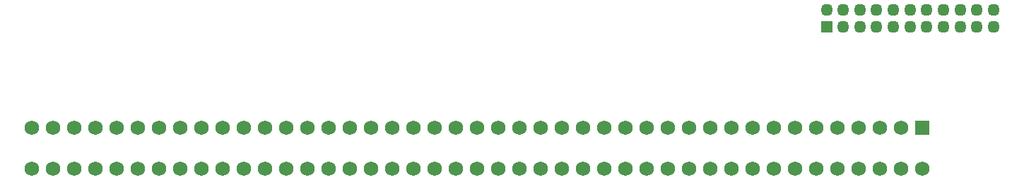
<source format=gbr>
%TF.GenerationSoftware,KiCad,Pcbnew,(5.1.6)-1*%
%TF.CreationDate,2022-11-05T15:29:04-04:00*%
%TF.ProjectId,A500-side-clockport,41353030-2d73-4696-9465-2d636c6f636b,rev?*%
%TF.SameCoordinates,Original*%
%TF.FileFunction,Soldermask,Bot*%
%TF.FilePolarity,Negative*%
%FSLAX46Y46*%
G04 Gerber Fmt 4.6, Leading zero omitted, Abs format (unit mm)*
G04 Created by KiCad (PCBNEW (5.1.6)-1) date 2022-11-05 15:29:04*
%MOMM*%
%LPD*%
G01*
G04 APERTURE LIST*
%ADD10C,1.738300*%
%ADD11R,1.738300X1.738300*%
%ADD12R,1.450000X1.450000*%
%ADD13O,1.450000X1.450000*%
G04 APERTURE END LIST*
D10*
%TO.C,BUS0*%
X101621001Y-85326901D03*
X101621001Y-80475501D03*
X104161001Y-85326901D03*
X104161001Y-80475501D03*
X106701001Y-85326901D03*
X106701001Y-80475501D03*
X109241001Y-85326901D03*
X109241001Y-80475501D03*
X111781001Y-85326901D03*
X111781001Y-80475501D03*
X114321001Y-85326901D03*
X114321001Y-80475501D03*
X116861001Y-85326901D03*
X116861001Y-80475501D03*
X119401001Y-85326901D03*
X119401001Y-80475501D03*
X121941001Y-85326901D03*
X121941001Y-80475501D03*
X124481001Y-85326901D03*
X124481001Y-80475501D03*
X127021001Y-85326901D03*
X127021001Y-80475501D03*
X129561001Y-85326901D03*
X129561001Y-80475501D03*
X132101001Y-85326901D03*
X132101001Y-80475501D03*
X134641001Y-85326901D03*
X134641001Y-80475501D03*
X137181001Y-85326901D03*
X137181001Y-80475501D03*
X139721001Y-85326901D03*
X139721001Y-80475501D03*
X142261001Y-85326901D03*
X142261001Y-80475501D03*
X144801001Y-85326901D03*
X144801001Y-80475501D03*
X147341001Y-85326901D03*
X147341001Y-80475501D03*
X149881001Y-85326901D03*
X149881001Y-80475501D03*
X152421001Y-85326901D03*
X152421001Y-80475501D03*
X154961001Y-85326901D03*
X154961001Y-80475501D03*
X157501001Y-85326901D03*
X157501001Y-80475501D03*
X160041001Y-85326901D03*
X160041001Y-80475501D03*
X162581001Y-85326901D03*
X162581001Y-80475501D03*
X165121001Y-85326901D03*
X165121001Y-80475501D03*
X167661001Y-85326901D03*
X167661001Y-80475501D03*
X170201001Y-85326901D03*
X170201001Y-80475501D03*
X172741001Y-85326901D03*
X172741001Y-80475501D03*
X175281001Y-85326901D03*
X175281001Y-80475501D03*
X177821001Y-85326901D03*
X177821001Y-80475501D03*
X180361001Y-85326901D03*
X180361001Y-80475501D03*
X182901001Y-85326901D03*
X182901001Y-80475501D03*
X185441001Y-85326901D03*
X185441001Y-80475501D03*
X187981001Y-85326901D03*
X187981001Y-80475501D03*
X190521001Y-85326901D03*
X190521001Y-80475501D03*
X193061001Y-85326901D03*
X193061001Y-80475501D03*
X195601001Y-85326901D03*
X195601001Y-80475501D03*
X198141001Y-85326901D03*
X198141001Y-80475501D03*
X200681001Y-85326901D03*
X200681001Y-80475501D03*
X203221001Y-85326901D03*
X203221001Y-80475501D03*
X205761001Y-85326901D03*
X205761001Y-80475501D03*
X208301001Y-85326901D03*
D11*
X208301001Y-80475501D03*
%TD*%
D12*
%TO.C,J0*%
X196852000Y-68326000D03*
D13*
X196852000Y-66326000D03*
X198852000Y-68326000D03*
X198852000Y-66326000D03*
X200852000Y-68326000D03*
X200852000Y-66326000D03*
X202852000Y-68326000D03*
X202852000Y-66326000D03*
X204852000Y-68326000D03*
X204852000Y-66326000D03*
X206852000Y-68326000D03*
X206852000Y-66326000D03*
X208852000Y-68326000D03*
X208852000Y-66326000D03*
X210852000Y-68326000D03*
X210852000Y-66326000D03*
X212852000Y-68326000D03*
X212852000Y-66326000D03*
X214852000Y-68326000D03*
X214852000Y-66326000D03*
X216852000Y-68326000D03*
X216852000Y-66326000D03*
%TD*%
M02*

</source>
